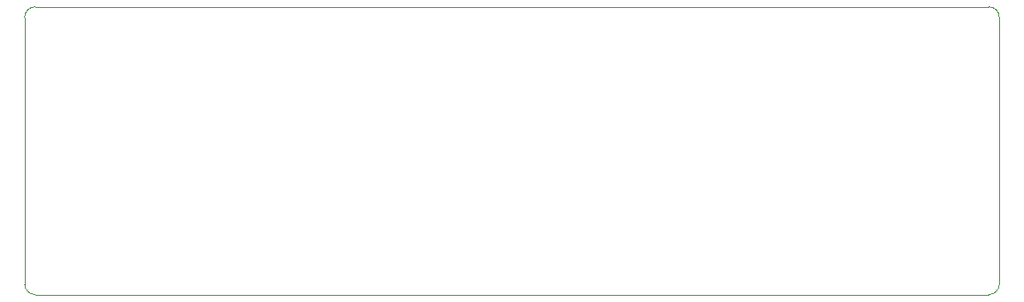
<source format=gbr>
G04 #@! TF.GenerationSoftware,KiCad,Pcbnew,5.1.10-88a1d61d58~88~ubuntu20.04.1*
G04 #@! TF.CreationDate,2021-05-15T17:55:39-06:00*
G04 #@! TF.ProjectId,pole-node,706f6c65-2d6e-46f6-9465-2e6b69636164,rev?*
G04 #@! TF.SameCoordinates,Original*
G04 #@! TF.FileFunction,Profile,NP*
%FSLAX46Y46*%
G04 Gerber Fmt 4.6, Leading zero omitted, Abs format (unit mm)*
G04 Created by KiCad (PCBNEW 5.1.10-88a1d61d58~88~ubuntu20.04.1) date 2021-05-15 17:55:39*
%MOMM*%
%LPD*%
G01*
G04 APERTURE LIST*
G04 #@! TA.AperFunction,Profile*
%ADD10C,0.050000*%
G04 #@! TD*
G04 APERTURE END LIST*
D10*
X38500000Y-50000000D02*
X129500000Y-50000000D01*
X37500000Y-51000000D02*
G75*
G02*
X38500000Y-50000000I1000000J0D01*
G01*
X37500000Y-76500000D02*
X37500000Y-51000000D01*
X38500000Y-77500000D02*
G75*
G02*
X37500000Y-76500000I0J1000000D01*
G01*
X129500000Y-77500000D02*
X38500000Y-77500000D01*
X130500000Y-76500000D02*
G75*
G02*
X129500000Y-77500000I-1000000J0D01*
G01*
X129500000Y-50000000D02*
G75*
G02*
X130500000Y-51000000I0J-1000000D01*
G01*
X130500000Y-76500000D02*
X130500000Y-51000000D01*
M02*

</source>
